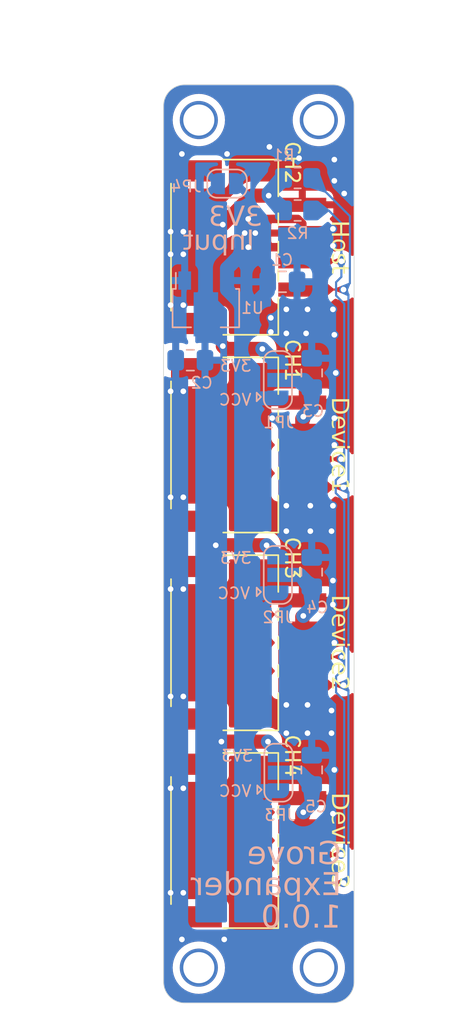
<source format=kicad_pcb>
(kicad_pcb (version 20240108) (generator "pcbnew") (generator_version "8.0")
  (title_block (title "Grove Expander") (rev "1.0.0"))
  (layers (0 "F.Cu" signal) (31 "B.Cu" signal) (34 "B.Paste" user) (35 "F.Paste" user) (36 "B.SilkS" user "B.Silkscreen") (37 "F.SilkS" user "F.Silkscreen") (38 "B.Mask" user) (39 "F.Mask" user) (44 "Edge.Cuts" user))
  (net 0 "")
  (net 1 "VCC")
  (net 2 "GND")
  (net 3 "+3V3")
  (net 4 "Net-(CH1-VCC)")
  (net 5 "Net-(CH3-VCC)")
  (net 6 "Net-(CH4-VCC)")
  (net 7 "/D2")
  (net 8 "/D1")
  (footprint "74th:Connector_HY-2.0_SMD_4Pin" (layer "F.Cu") (at 59.83 70 -90)
    (property "Reference" "CH3" (at -6 0.7 -90) (layer "F.SilkS"))
    (property "Value" "Device2" (at 0 -2.6 -90) (layer "F.SilkS") (effects (font (size 1.2 1.2))))
    (fp_line (start 4.5 9.3) (end -4.5 9.3) (stroke (width 0.12)) (layer "F.SilkS"))
    (fp_line (start -6.2 5.6) (end -6.2 1.7) (stroke (width 0.12)) (layer "F.SilkS"))
    (fp_line (start -6.2 1.7) (end -3.6 1.7) (stroke (width 0.12)) (layer "F.SilkS"))
    (fp_line (start -2.4 1.7) (end -1.6 1.7) (stroke (width 0.12)) (layer "F.SilkS"))
    (fp_line (start -0.4 1.7) (end 0.4 1.7) (stroke (width 0.12)) (layer "F.SilkS"))
    (fp_line (start 1.6 1.7) (end 2.4 1.7) (stroke (width 0.12)) (layer "F.SilkS"))
    (fp_line (start 3.6 1.7) (end 6.2 1.7) (stroke (width 0.12)) (layer "F.SilkS"))
    (fp_line (start 6.2 1.7) (end 6.2 5.6) (stroke (width 0.12)) (layer "F.SilkS"))
    (pad "" smd rect (at -5.4 7.5 90) (size 1.5 3.6) (layers "F.Cu" "F.Paste" "F.Mask"))
    (pad "" smd rect (at 5.4 7.5 90) (size 1.5 3.6) (layers "F.Cu" "F.Paste" "F.Mask"))
    (pad "1" smd rect (at 3 0 90) (size 1 3.4) (layers "F.Cu" "F.Paste" "F.Mask") (net 8 "/D1"))
    (pad "2" smd rect (at 1 0 90) (size 1 3.4) (layers "F.Cu" "F.Paste" "F.Mask") (net 7 "/D2"))
    (pad "3" smd rect (at -1 0 90) (size 1 3.4) (layers "F.Cu" "F.Paste" "F.Mask") (net 5 "Net-(CH3-VCC)"))
    (pad "4" smd rect (at -3 0 90) (size 1 3.4) (layers "F.Cu" "F.Paste" "F.Mask") (net 2 "GND"))
  )
  (footprint "$sparrow62:M2_v2" (layer "F.Cu") (at 52.5 33)
    (property "Reference" "M2" (hide yes))
    (property "Value" "M2_v2" (hide yes))
    (pad "" thru_hole circle (at 0 0) (size 2.7 2.7) (drill 2.2) (layers "*.Cu" "*.Mask"))
  )
  (footprint "$sparrow62:M2_v2" (layer "F.Cu") (at 61 33)
    (property "Reference" "M2" (hide yes))
    (property "Value" "M2_v2" (hide yes))
    (pad "" thru_hole circle (at 0 0) (size 2.7 2.7) (drill 2.2) (layers "*.Cu" "*.Mask"))
  )
  (footprint "74th:Connector_HY-2.0_SMD_4Pin" (layer "F.Cu") (at 59.83 42 -90)
    (property "Reference" "CH2" (at -6 0.7 -90) (layer "F.SilkS"))
    (property "Value" "Host" (at 0 -2.6 -90) (layer "F.SilkS") (effects (font (size 1.2 1.2))))
    (fp_line (start 4.5 9.3) (end -4.5 9.3) (stroke (width 0.12)) (layer "F.SilkS"))
    (fp_line (start -6.2 5.6) (end -6.2 1.7) (stroke (width 0.12)) (layer "F.SilkS"))
    (fp_line (start -6.2 1.7) (end -3.6 1.7) (stroke (width 0.12)) (layer "F.SilkS"))
    (fp_line (start -2.4 1.7) (end -1.6 1.7) (stroke (width 0.12)) (layer "F.SilkS"))
    (fp_line (start -0.4 1.7) (end 0.4 1.7) (stroke (width 0.12)) (layer "F.SilkS"))
    (fp_line (start 1.6 1.7) (end 2.4 1.7) (stroke (width 0.12)) (layer "F.SilkS"))
    (fp_line (start 3.6 1.7) (end 6.2 1.7) (stroke (width 0.12)) (layer "F.SilkS"))
    (fp_line (start 6.2 1.7) (end 6.2 5.6) (stroke (width 0.12)) (layer "F.SilkS"))
    (pad "" smd rect (at -5.4 7.5 90) (size 1.5 3.6) (layers "F.Cu" "F.Paste" "F.Mask"))
    (pad "" smd rect (at 5.4 7.5 90) (size 1.5 3.6) (layers "F.Cu" "F.Paste" "F.Mask"))
    (pad "1" smd rect (at 3 0 90) (size 1 3.4) (layers "F.Cu" "F.Paste" "F.Mask") (net 8 "/D1"))
    (pad "2" smd rect (at 1 0 90) (size 1 3.4) (layers "F.Cu" "F.Paste" "F.Mask") (net 7 "/D2"))
    (pad "3" smd rect (at -1 0 90) (size 1 3.4) (layers "F.Cu" "F.Paste" "F.Mask") (net 1 "VCC"))
    (pad "4" smd rect (at -3 0 90) (size 1 3.4) (layers "F.Cu" "F.Paste" "F.Mask") (net 2 "GND"))
  )
  (footprint "74th:Connector_HY-2.0_SMD_4Pin" (layer "F.Cu") (at 59.83 56 -90)
    (property "Reference" "CH1" (at -6 0.7 -90) (layer "F.SilkS"))
    (property "Value" "Device1" (at 0 -2.6 -90) (layer "F.SilkS") (effects (font (size 1.2 1.2))))
    (fp_line (start 4.5 9.3) (end -4.5 9.3) (stroke (width 0.12)) (layer "F.SilkS"))
    (fp_line (start -6.2 5.6) (end -6.2 1.7) (stroke (width 0.12)) (layer "F.SilkS"))
    (fp_line (start -6.2 1.7) (end -3.6 1.7) (stroke (width 0.12)) (layer "F.SilkS"))
    (fp_line (start -2.4 1.7) (end -1.6 1.7) (stroke (width 0.12)) (layer "F.SilkS"))
    (fp_line (start -0.4 1.7) (end 0.4 1.7) (stroke (width 0.12)) (layer "F.SilkS"))
    (fp_line (start 1.6 1.7) (end 2.4 1.7) (stroke (width 0.12)) (layer "F.SilkS"))
    (fp_line (start 3.6 1.7) (end 6.2 1.7) (stroke (width 0.12)) (layer "F.SilkS"))
    (fp_line (start 6.2 1.7) (end 6.2 5.6) (stroke (width 0.12)) (layer "F.SilkS"))
    (pad "" smd rect (at -5.4 7.5 90) (size 1.5 3.6) (layers "F.Cu" "F.Paste" "F.Mask"))
    (pad "" smd rect (at 5.4 7.5 90) (size 1.5 3.6) (layers "F.Cu" "F.Paste" "F.Mask"))
    (pad "1" smd rect (at 3 0 90) (size 1 3.4) (layers "F.Cu" "F.Paste" "F.Mask") (net 8 "/D1"))
    (pad "2" smd rect (at 1 0 90) (size 1 3.4) (layers "F.Cu" "F.Paste" "F.Mask") (net 7 "/D2"))
    (pad "3" smd rect (at -1 0 90) (size 1 3.4) (layers "F.Cu" "F.Paste" "F.Mask") (net 4 "Net-(CH1-VCC)"))
    (pad "4" smd rect (at -3 0 90) (size 1 3.4) (layers "F.Cu" "F.Paste" "F.Mask") (net 2 "GND"))
  )
  (footprint "74th:Connector_HY-2.0_SMD_4Pin" (layer "F.Cu") (at 59.83 84 -90)
    (property "Reference" "CH4" (at -6 0.7 -90) (layer "F.SilkS"))
    (property "Value" "Device3" (at 0 -2.6 -90) (layer "F.SilkS") (effects (font (size 1.2 1.2))))
    (fp_line (start 4.5 9.3) (end -4.5 9.3) (stroke (width 0.12)) (layer "F.SilkS"))
    (fp_line (start -6.2 5.6) (end -6.2 1.7) (stroke (width 0.12)) (layer "F.SilkS"))
    (fp_line (start -6.2 1.7) (end -3.6 1.7) (stroke (width 0.12)) (layer "F.SilkS"))
    (fp_line (start -2.4 1.7) (end -1.6 1.7) (stroke (width 0.12)) (layer "F.SilkS"))
    (fp_line (start -0.4 1.7) (end 0.4 1.7) (stroke (width 0.12)) (layer "F.SilkS"))
    (fp_line (start 1.6 1.7) (end 2.4 1.7) (stroke (width 0.12)) (layer "F.SilkS"))
    (fp_line (start 3.6 1.7) (end 6.2 1.7) (stroke (width 0.12)) (layer "F.SilkS"))
    (fp_line (start 6.2 1.7) (end 6.2 5.6) (stroke (width 0.12)) (layer "F.SilkS"))
    (pad "" smd rect (at -5.4 7.5 90) (size 1.5 3.6) (layers "F.Cu" "F.Paste" "F.Mask"))
    (pad "" smd rect (at 5.4 7.5 90) (size 1.5 3.6) (layers "F.Cu" "F.Paste" "F.Mask"))
    (pad "1" smd rect (at 3 0 90) (size 1 3.4) (layers "F.Cu" "F.Paste" "F.Mask") (net 8 "/D1"))
    (pad "2" smd rect (at 1 0 90) (size 1 3.4) (layers "F.Cu" "F.Paste" "F.Mask") (net 7 "/D2"))
    (pad "3" smd rect (at -1 0 90) (size 1 3.4) (layers "F.Cu" "F.Paste" "F.Mask") (net 6 "Net-(CH4-VCC)"))
    (pad "4" smd rect (at -3 0 90) (size 1 3.4) (layers "F.Cu" "F.Paste" "F.Mask") (net 2 "GND"))
  )
  (footprint "$sparrow62:M2_v2" (layer "F.Cu") (at 61 93)
    (property "Reference" "M2" (hide yes))
    (property "Value" "M2_v2" (hide yes))
    (pad "" thru_hole circle (at 0 0) (size 2.7 2.7) (drill 2.2) (layers "*.Cu" "*.Mask"))
  )
  (footprint "$sparrow62:M2_v2" (layer "F.Cu") (at 52.5 93)
    (property "Reference" "M2" (hide yes))
    (property "Value" "M2_v2" (hide yes))
    (pad "" thru_hole circle (at 0 0) (size 2.7 2.7) (drill 2.2) (layers "*.Cu" "*.Mask"))
  )
  (footprint "$74th:Register_0805_2012" (layer "B.Cu") (at 59.5 39.4)
    (property "Reference" "R2" (at 0 1.6 360) (layer "B.SilkS") (effects (font (size 0.8 0.8) (thickness 0.12)) (justify mirror)))
    (property "Value" "1k" (hide yes))
    (fp_line (start 0.227064 -0.735) (end -0.227064 -0.735) (stroke (width 0.12)) (layer "B.SilkS"))
    (fp_line (start 0.227064 0.735) (end -0.227064 0.735) (stroke (width 0.12)) (layer "B.SilkS"))
    (pad "1" smd roundrect (at -1 0) (size 1.2 1.4) (layers "B.Cu" "B.Paste" "B.Mask") (roundrect_rratio 0.208333) (net 3 "+3V3"))
    (pad "2" smd roundrect (at 1 0) (size 1.2 1.4) (layers "B.Cu" "B.Paste" "B.Mask") (roundrect_rratio 0.208333) (net 7 "/D2"))
  )
  (footprint "$74th:Capacitor_0805_2012" (layer "B.Cu") (at 51.9 50 180)
    (property "Reference" "C2" (at -0.8 -1.6 360) (layer "B.SilkS") (effects (font (size 0.8 0.8) (thickness 0.12)) (justify mirror)))
    (property "Value" "22u" (hide yes))
    (fp_line (start 0.261252 0.735) (end -0.261252 0.735) (stroke (width 0.12)) (layer "B.SilkS"))
    (fp_line (start 0.261252 -0.735) (end -0.261252 -0.735) (stroke (width 0.12)) (layer "B.SilkS"))
    (pad "1" smd roundrect (at -1.0375 0 180) (size 1.175 1.45) (layers "B.Cu" "B.Paste" "B.Mask") (roundrect_rratio 0.212766) (net 3 "+3V3"))
    (pad "2" smd roundrect (at 1.0375 0 180) (size 1.175 1.45) (layers "B.Cu" "B.Paste" "B.Mask") (roundrect_rratio 0.212766) (net 2 "GND"))
  )
  (footprint "$74th:Capacitor_0805_2012" (layer "B.Cu") (at 60.5 65 90)
    (property "Reference" "C4" (at -2.5 0.4 0) (layer "B.SilkS") (effects (font (size 0.8 0.8) (thickness 0.12)) (justify mirror)))
    (property "Value" "22u" (hide yes))
    (fp_line (start 0.261252 -0.735) (end -0.261252 -0.735) (stroke (width 0.12)) (layer "B.SilkS"))
    (fp_line (start 0.261252 0.735) (end -0.261252 0.735) (stroke (width 0.12)) (layer "B.SilkS"))
    (pad "1" smd roundrect (at -1.0375 0 90) (size 1.175 1.45) (layers "B.Cu" "B.Paste" "B.Mask") (roundrect_rratio 0.212766) (net 5 "Net-(CH3-VCC)"))
    (pad "2" smd roundrect (at 1.0375 0 90) (size 1.175 1.45) (layers "B.Cu" "B.Paste" "B.Mask") (roundrect_rratio 0.212766) (net 2 "GND"))
  )
  (footprint "$74th:Register_0805_2012" (layer "B.Cu") (at 59.5 37.1)
    (property "Reference" "R1" (at -1 -1.6 360) (layer "B.SilkS") (effects (font (size 0.8 0.8) (thickness 0.12)) (justify mirror)))
    (property "Value" "1k" (hide yes))
    (fp_line (start 0.227064 -0.735) (end -0.227064 -0.735) (stroke (width 0.12)) (layer "B.SilkS"))
    (fp_line (start 0.227064 0.735) (end -0.227064 0.735) (stroke (width 0.12)) (layer "B.SilkS"))
    (pad "1" smd roundrect (at -1 0) (size 1.2 1.4) (layers "B.Cu" "B.Paste" "B.Mask") (roundrect_rratio 0.208333) (net 3 "+3V3"))
    (pad "2" smd roundrect (at 1 0) (size 1.2 1.4) (layers "B.Cu" "B.Paste" "B.Mask") (roundrect_rratio 0.208333) (net 8 "/D1"))
  )
  (footprint "$74th:Capacitor_0805_2012" (layer "B.Cu") (at 60.5 79 90)
    (property "Reference" "C5" (at -2.6 0.3 0) (layer "B.SilkS") (effects (font (size 0.8 0.8) (thickness 0.12)) (justify mirror)))
    (property "Value" "22u" (hide yes))
    (fp_line (start 0.261252 -0.735) (end -0.261252 -0.735) (stroke (width 0.12)) (layer "B.SilkS"))
    (fp_line (start 0.261252 0.735) (end -0.261252 0.735) (stroke (width 0.12)) (layer "B.SilkS"))
    (pad "1" smd roundrect (at -1.0375 0 90) (size 1.175 1.45) (layers "B.Cu" "B.Paste" "B.Mask") (roundrect_rratio 0.212766) (net 6 "Net-(CH4-VCC)"))
    (pad "2" smd roundrect (at 1.0375 0 90) (size 1.175 1.45) (layers "B.Cu" "B.Paste" "B.Mask") (roundrect_rratio 0.212766) (net 2 "GND"))
  )
  (footprint "74th:SolderJumper-3" (layer "B.Cu") (at 58.1425 79.2 90)
    (property "Reference" "JP3" (at -3 0.1 0) (layer "B.SilkS") (effects (font (size 0.8 0.8) (thickness 0.12)) (justify mirror)))
    (property "Value" "Jumper_3_Open")
    (fp_line (start -0.9 -1.5) (end -1.5 -1.5) (stroke (width 0.12)) (layer "B.SilkS"))
    (fp_line (start -0.9 -1.5) (end -1.2 -1.2) (stroke (width 0.12)) (layer "B.SilkS"))
    (fp_line (start -1.5 -1.5) (end -1.2 -1.2) (stroke (width 0.12)) (layer "B.SilkS"))
    (fp_line (start -1.4 -1) (end 1.4 -1) (stroke (width 0.12)) (layer "B.SilkS"))
    (fp_line (start 2.05 -0.3) (end 2.05 0.3) (stroke (width 0.12)) (layer "B.SilkS"))
    (fp_line (start -2.05 0.3) (end -2.05 -0.3) (stroke (width 0.12)) (layer "B.SilkS"))
    (fp_line (start 1.4 1) (end -1.4 1) (stroke (width 0.12)) (layer "B.SilkS"))
    (fp_arc (start 1.35 -1) (mid 1.844975 -0.794975) (end 2.05 -0.3) (stroke (width 0.12)) (layer "B.SilkS"))
    (fp_arc (start -2.05 -0.3) (mid -1.844975 -0.794975) (end -1.35 -1) (stroke (width 0.12)) (layer "B.SilkS"))
    (fp_arc (start 2.05 0.3) (mid 1.844975 0.794975) (end 1.35 1) (stroke (width 0.12)) (layer "B.SilkS"))
    (fp_arc (start -1.35 1) (mid -1.844975 0.794975) (end -2.05 0.3) (stroke (width 0.12)) (layer "B.SilkS"))
    (pad "1" smd custom (at -1.3 0 90) (size 1 0.5) (layers "B.Cu" "B.Mask") (net 1 "VCC") (options (clearance outline) (anchor rect)) (primitives (gr_circle (center 0 -0.25) (end 0.5 -0.25) (width 0) (fill yes)) (gr_circle (center 0 0.25) (end 0.5 0.25) (width 0) (fill yes)) (gr_poly (pts (xy 0.55 -0.75) (xy 0 -0.75) (xy 0 0.75) (xy 0.55 0.75)) (width 0) (fill yes))))
    (pad "2" smd rect (at 0 0 90) (size 1 1.5) (layers "B.Cu" "B.Mask") (net 6 "Net-(CH4-VCC)"))
    (pad "3" smd custom (at 1.3 0 90) (size 1 0.5) (layers "B.Cu" "B.Mask") (net 3 "+3V3") (options (clearance outline) (anchor rect)) (primitives (gr_circle (center 0 -0.25) (end 0.5 -0.25) (width 0) (fill yes)) (gr_circle (center 0 0.25) (end 0.5 0.25) (width 0) (fill yes)) (gr_poly (pts (xy 0 -0.75) (xy -0.55 -0.75) (xy -0.55 0.75) (xy 0 0.75)) (width 0) (fill yes))))
  )
  (footprint "$74th:Capacitor_0805_2012" (layer "B.Cu") (at 58.42 44.45)
    (property "Reference" "C1" (at -0.02 -1.55 360) (layer "B.SilkS") (effects (font (size 0.8 0.8) (thickness 0.12)) (justify mirror)))
    (property "Value" "22u" (hide yes))
    (fp_line (start 0.261252 -0.735) (end -0.261252 -0.735) (stroke (width 0.12)) (layer "B.SilkS"))
    (fp_line (start 0.261252 0.735) (end -0.261252 0.735) (stroke (width 0.12)) (layer "B.SilkS"))
    (pad "1" smd roundrect (at -1.0375 0) (size 1.175 1.45) (layers "B.Cu" "B.Paste" "B.Mask") (roundrect_rratio 0.212766) (net 1 "VCC"))
    (pad "2" smd roundrect (at 1.0375 0) (size 1.175 1.45) (layers "B.Cu" "B.Paste" "B.Mask") (roundrect_rratio 0.212766) (net 2 "GND"))
  )
  (footprint "$74th:Capacitor_0805_2012" (layer "B.Cu") (at 60.5 50.9 90)
    (property "Reference" "C3" (at -2.7 0.1 0) (layer "B.SilkS") (effects (font (size 0.8 0.8) (thickness 0.12)) (justify mirror)))
    (property "Value" "22u" (hide yes))
    (fp_line (start 0.261252 -0.735) (end -0.261252 -0.735) (stroke (width 0.12)) (layer "B.SilkS"))
    (fp_line (start 0.261252 0.735) (end -0.261252 0.735) (stroke (width 0.12)) (layer "B.SilkS"))
    (pad "1" smd roundrect (at -1.0375 0 90) (size 1.175 1.45) (layers "B.Cu" "B.Paste" "B.Mask") (roundrect_rratio 0.212766) (net 4 "Net-(CH1-VCC)"))
    (pad "2" smd roundrect (at 1.0375 0 90) (size 1.175 1.45) (layers "B.Cu" "B.Paste" "B.Mask") (roundrect_rratio 0.212766) (net 2 "GND"))
  )
  (footprint "74th:SolderJumper-3" (layer "B.Cu") (at 58.1 65.2 90)
    (property "Reference" "JP2" (at -3 0 0) (layer "B.SilkS") (effects (font (size 0.8 0.8) (thickness 0.12)) (justify mirror)))
    (property "Value" "Jumper_3_Open")
    (fp_line (start -0.9 -1.5) (end -1.5 -1.5) (stroke (width 0.12)) (layer "B.SilkS"))
    (fp_line (start -0.9 -1.5) (end -1.2 -1.2) (stroke (width 0.12)) (layer "B.SilkS"))
    (fp_line (start -1.5 -1.5) (end -1.2 -1.2) (stroke (width 0.12)) (layer "B.SilkS"))
    (fp_line (start -1.4 -1) (end 1.4 -1) (stroke (width 0.12)) (layer "B.SilkS"))
    (fp_line (start 2.05 -0.3) (end 2.05 0.3) (stroke (width 0.12)) (layer "B.SilkS"))
    (fp_line (start -2.05 0.3) (end -2.05 -0.3) (stroke (width 0.12)) (layer "B.SilkS"))
    (fp_line (start 1.4 1) (end -1.4 1) (stroke (width 0.12)) (layer "B.SilkS"))
    (fp_arc (start 1.35 -1) (mid 1.844975 -0.794975) (end 2.05 -0.3) (stroke (width 0.12)) (layer "B.SilkS"))
    (fp_arc (start -2.05 -0.3) (mid -1.844975 -0.794975) (end -1.35 -1) (stroke (width 0.12)) (layer "B.SilkS"))
    (fp_arc (start 2.05 0.3) (mid 1.844975 0.794975) (end 1.35 1) (stroke (width 0.12)) (layer "B.SilkS"))
    (fp_arc (start -1.35 1) (mid -1.844975 0.794975) (end -2.05 0.3) (stroke (width 0.12)) (layer "B.SilkS"))
    (pad "1" smd custom (at -1.3 0 90) (size 1 0.5) (layers "B.Cu" "B.Mask") (net 1 "VCC") (options (clearance outline) (anchor rect)) (primitives (gr_circle (center 0 -0.25) (end 0.5 -0.25) (width 0) (fill yes)) (gr_circle (center 0 0.25) (end 0.5 0.25) (width 0) (fill yes)) (gr_poly (pts (xy 0.55 -0.75) (xy 0 -0.75) (xy 0 0.75) (xy 0.55 0.75)) (width 0) (fill yes))))
    (pad "2" smd rect (at 0 0 90) (size 1 1.5) (layers "B.Cu" "B.Mask") (net 5 "Net-(CH3-VCC)"))
    (pad "3" smd custom (at 1.3 0 90) (size 1 0.5) (layers "B.Cu" "B.Mask") (net 3 "+3V3") (options (clearance outline) (anchor rect)) (primitives (gr_circle (center 0 -0.25) (end 0.5 -0.25) (width 0) (fill yes)) (gr_circle (center 0 0.25) (end 0.5 0.25) (width 0) (fill yes)) (gr_poly (pts (xy 0 -0.75) (xy -0.55 -0.75) (xy -0.55 0.75) (xy 0 0.75)) (width 0) (fill yes))))
  )
  (footprint "74th:SolderJumper-2" (layer "B.Cu") (at 54.5 37.5)
    (property "Reference" "JP4" (at -2.9 0.2 0) (layer "B.SilkS") (effects (font (size 0.8 0.8) (thickness 0.12)) (justify mirror)))
    (property "Value" "Jumper_2_Open")
    (fp_line (start -1.4 0.3) (end -1.4 -0.3) (stroke (width 0.12)) (layer "B.SilkS"))
    (fp_line (start -0.7 -1) (end 0.7 -1) (stroke (width 0.12)) (layer "B.SilkS"))
    (fp_line (start 0.7 1) (end -0.7 1) (stroke (width 0.12)) (layer "B.SilkS"))
    (fp_line (start 1.4 -0.3) (end 1.4 0.3) (stroke (width 0.12)) (layer "B.SilkS"))
    (fp_arc (start -1.4 -0.3) (mid -1.194975 -0.794975) (end -0.7 -1) (stroke (width 0.12)) (layer "B.SilkS"))
    (fp_arc (start -0.7 1) (mid -1.194975 0.794975) (end -1.4 0.3) (stroke (width 0.12)) (layer "B.SilkS"))
    (fp_arc (start 0.7 -1) (mid 1.194975 -0.794975) (end 1.4 -0.3) (stroke (width 0.12)) (layer "B.SilkS"))
    (fp_arc (start 1.4 0.3) (mid 1.194975 0.794975) (end 0.7 1) (stroke (width 0.12)) (layer "B.SilkS"))
    (pad "1" smd custom (at -0.65 0) (size 1 0.5) (layers "B.Cu" "B.Mask") (net 3 "+3V3") (options (clearance outline) (anchor rect)) (primitives (gr_circle (center 0 -0.25) (end 0.5 -0.25) (width 0) (fill yes)) (gr_circle (center 0 0.25) (end 0.5 0.25) (width 0) (fill yes)) (gr_poly (pts (xy 0.5 -0.75) (xy 0 -0.75) (xy 0 0.75) (xy 0.5 0.75)) (width 0) (fill yes))))
    (pad "2" smd custom (at 0.65 0) (size 1 0.5) (layers "B.Cu" "B.Mask") (net 1 "VCC") (options (clearance outline) (anchor rect)) (primitives (gr_circle (center 0 -0.25) (end 0.5 -0.25) (width 0) (fill yes)) (gr_circle (center 0 0.25) (end 0.5 0.25) (width 0) (fill yes)) (gr_poly (pts (xy 0 -0.75) (xy -0.5 -0.75) (xy -0.5 0.75) (xy 0 0.75)) (width 0) (fill yes))))
  )
  (footprint "74th:Package_SOT-89-3" (layer "B.Cu") (at 53 46.3125 -90)
    (property "Reference" "U1" (at -0.0125 -3.3 0) (layer "B.SilkS") (effects (font (size 0.8 0.8) (thickness 0.12)) (justify mirror)))
    (property "Value" "AMS1117")
    (fp_line (start 1.36 2.36) (end -1.36 2.36) (stroke (width 0.12)) (layer "B.SilkS"))
    (fp_line (start -1.36 2.13) (end -1.36 2.36) (stroke (width 0.12)) (layer "B.SilkS"))
    (fp_line (start -1.36 2.13) (end -2.5 2.13) (stroke (width 0.12)) (layer "B.SilkS"))
    (fp_line (start 1.36 1.05) (end 1.36 2.36) (stroke (width 0.12)) (layer "B.SilkS"))
    (fp_line (start -1.36 -2.13) (end -1.36 -2.36) (stroke (width 0.12)) (layer "B.SilkS"))
    (fp_line (start -1.36 -2.36) (end 1.36 -2.36) (stroke (width 0.12)) (layer "B.SilkS"))
    (fp_line (start 1.36 -2.36) (end 1.36 -1.05) (stroke (width 0.12)) (layer "B.SilkS"))
    (pad "1" smd rect (at -1.95 1.5 270) (size 1.3 0.9) (layers "B.Cu" "B.Paste" "B.Mask") (net 2 "GND"))
    (pad "2" smd custom (at -1.8625 0 270) (size 1.475 0.9) (layers "B.Cu" "B.Paste" "B.Mask") (net 3 "+3V3") (options (clearance outline) (anchor rect)) (primitives (gr_poly (pts (xy 3.8625 -0.8665) (xy 0.7375 -0.8665) (xy 0.7375 0.8665) (xy 3.8625 0.8665)) (width 0) (fill yes))))
    (pad "3" smd rect (at -1.95 -1.5 270) (size 1.3 0.9) (layers "B.Cu" "B.Paste" "B.Mask") (net 1 "VCC"))
  )
  (footprint "74th:SolderJumper-3" (layer "B.Cu") (at 58.1 51.4 90)
    (property "Reference" "JP1" (at -3 0.0575 0) (layer "B.SilkS") (effects (font (size 0.8 0.8) (thickness 0.12)) (justify mirror)))
    (property "Value" "Jumper_3_Open")
    (fp_line (start -0.9 -1.5) (end -1.5 -1.5) (stroke (width 0.12)) (layer "B.SilkS"))
    (fp_line (start -0.9 -1.5) (end -1.2 -1.2) (stroke (width 0.12)) (layer "B.SilkS"))
    (fp_line (start -1.5 -1.5) (end -1.2 -1.2) (stroke (width 0.12)) (layer "B.SilkS"))
    (fp_line (start -1.4 -1) (end 1.4 -1) (stroke (width 0.12)) (layer "B.SilkS"))
    (fp_line (start 2.05 -0.3) (end 2.05 0.3) (stroke (width 0.12)) (layer "B.SilkS"))
    (fp_line (start -2.05 0.3) (end -2.05 -0.3) (stroke (width 0.12)) (layer "B.SilkS"))
    (fp_line (start 1.4 1) (end -1.4 1) (stroke (width 0.12)) (layer "B.SilkS"))
    (fp_arc (start 1.35 -1) (mid 1.844975 -0.794975) (end 2.05 -0.3) (stroke (width 0.12)) (layer "B.SilkS"))
    (fp_arc (start -2.05 -0.3) (mid -1.844975 -0.794975) (end -1.35 -1) (stroke (width 0.12)) (layer "B.SilkS"))
    (fp_arc (start 2.05 0.3) (mid 1.844975 0.794975) (end 1.35 1) (stroke (width 0.12)) (layer "B.SilkS"))
    (fp_arc (start -1.35 1) (mid -1.844975 0.794975) (end -2.05 0.3) (stroke (width 0.12)) (layer "B.SilkS"))
    (pad "1" smd custom (at -1.3 0 90) (size 1 0.5) (layers "B.Cu" "B.Mask") (net 1 "VCC") (options (clearance outline) (anchor rect)) (primitives (gr_circle (center 0 -0.25) (end 0.5 -0.25) (width 0) (fill yes)) (gr_circle (center 0 0.25) (end 0.5 0.25) (width 0) (fill yes)) (gr_poly (pts (xy 0.55 -0.75) (xy 0 -0.75) (xy 0 0.75) (xy 0.55 0.75)) (width 0) (fill yes))))
    (pad "2" smd rect (at 0 0 90) (size 1 1.5) (layers "B.Cu" "B.Mask") (net 4 "Net-(CH1-VCC)"))
    (pad "3" smd custom (at 1.3 0 90) (size 1 0.5) (layers "B.Cu" "B.Mask") (net 3 "+3V3") (options (clearance outline) (anchor rect)) (primitives (gr_circle (center 0 -0.25) (end 0.5 -0.25) (width 0) (fill yes)) (gr_circle (center 0 0.25) (end 0.5 0.25) (width 0) (fill yes)) (gr_poly (pts (xy 0 -0.75) (xy -0.55 -0.75) (xy -0.55 0.75) (xy 0 0.75)) (width 0) (fill yes))))
  )
  (gr_arc (start 63.5 94) (mid 63.06066 95.06066) (end 62 95.5) (stroke (width 0.05)) (layer "Edge.Cuts"))
  (gr_arc (start 51.5 95.5) (mid 50.43934 95.06066) (end 50 94) (stroke (width 0.05)) (layer "Edge.Cuts"))
  (gr_line (start 63.5 94) (end 63.5 32) (stroke (width 0.05)) (layer "Edge.Cuts"))
  (gr_line (start 62 30.5) (end 51.5 30.5) (stroke (width 0.05)) (layer "Edge.Cuts"))
  (gr_line (start 50 32) (end 50 94) (stroke (width 0.05)) (layer "Edge.Cuts"))
  (gr_arc (start 50 32) (mid 50.43934 30.93934) (end 51.5 30.5) (stroke (width 0.05)) (layer "Edge.Cuts"))
  (gr_arc (start 62 30.5) (mid 63.06066 30.93934) (end 63.5 32) (stroke (width 0.05)) (layer "Edge.Cuts"))
  (gr_line (start 51.5 95.5) (end 62 95.5) (stroke (width 0.05)) (layer "Edge.Cuts"))
  (gr_text "VCC" (at 56.2 66.5 0) (layer "B.SilkS") (effects (font (size 0.8 0.8) (thickness 0.12)) (justify left mirror)))
  (gr_text "VCC" (at 56.3 80.5 0) (layer "B.SilkS") (effects (font (size 0.8 0.8) (thickness 0.12)) (justify left mirror)))
  (gr_text "3V3" (at 56.3 64 0) (layer "B.SilkS") (effects (font (size 0.8 0.8) (thickness 0.12)) (justify left mirror)))
  (gr_text "VCC" (at 56.3 52.8 0) (layer "B.SilkS") (effects (font (size 0.8 0.8) (thickness 0.12)) (justify left mirror)))
  (gr_text "3V3" (at 56.3 50.4 0) (layer "B.SilkS") (effects (font (size 0.8 0.8) (thickness 0.12)) (justify left mirror)))
  (gr_text "${REVISION}" (at 62.6 89.5 0) (layer "B.SilkS") (effects (font (size 1.6 1.6) (thickness 0.12)) (justify left mirror)))
  (gr_text "Input" (at 53.9 41.6 0) (layer "B.SilkS") (effects (font (size 1.4 1.4) (thickness 0.12)) (justify mirror)))
  (gr_text "3V3" (at 55.1 39.9 0) (layer "B.SilkS") (effects (font (size 1.4 1.4) (thickness 0.12)) (justify mirror)))
  (gr_text "Grove" (at 62.6 85 0) (layer "B.SilkS") (effects (font (size 1.6 1.6) (thickness 0.12)) (justify left mirror)))
  (gr_text "Expander" (at 62.6 87.2 0) (layer "B.SilkS") (effects (font (size 1.6 1.6) (thickness 0.12)) (justify left mirror)))
  (gr_text "3V3" (at 56.4 78 0) (layer "B.SilkS") (effects (font (size 0.8 0.8) (thickness 0.12)) (justify left mirror)))
  (segment (start 59.83 41) (end 59.83 40.33) (width 0.6) (layer "F.Cu") (net 1))
  (segment (start 59.83 40.33) (end 59.5 40) (width 0.6) (layer "F.Cu") (net 1))
  (segment (start 59.5 42) (end 56 42) (width 0.6) (layer "F.Cu") (net 1))
  (segment (start 59.5 40) (end 56 40) (width 0.6) (layer "F.Cu") (net 1))
  (segment (start 59.83 41.67) (end 59.5 42) (width 0.6) (layer "F.Cu") (net 1))
  (segment (start 59.83 41) (end 59.83 41.67) (width 0.6) (layer "F.Cu") (net 1))
  (via (at 56.5 41) (size 0.6) (drill 0.4) (layers "F.Cu" "B.Cu") (net 1))
  (via (at 56 40) (size 0.6) (drill 0.4) (layers "F.Cu" "B.Cu") (net 1))
  (via (at 55.75 41) (size 0.6) (drill 0.4) (layers "F.Cu" "B.Cu") (net 1))
  (via (at 56 42) (size 0.6) (drill 0.4) (layers "F.Cu" "B.Cu") (net 1))
  (segment (start 54.5 43.5) (end 56 42) (width 1) (layer "B.Cu") (net 1))
  (segment (start 57.3825 44.45) (end 57.3825 45.1175) (width 1) (layer "B.Cu") (net 1))
  (segment (start 58.1425 80.5) (end 56.6 80.5) (width 1) (layer "B.Cu") (net 1))
  (segment (start 56.1 42) (end 56 42) (width 0.6) (layer "B.Cu") (net 1))
  (segment (start 57.3825 45.1175) (end 56.5 46) (width 1) (layer "B.Cu") (net 1))
  (segment (start 58.1 52.7) (end 56.5 52.7) (width 1) (layer "B.Cu") (net 1))
  (segment (start 58.1 66.5) (end 56 66.5) (width 1) (layer "B.Cu") (net 1))
  (segment (start 57.3825 43.2825) (end 56.1 42) (width 1) (layer "B.Cu") (net 1))
  (segment (start 57.3825 44.45) (end 57.3825 43.2825) (width 1) (layer "B.Cu") (net 1))
  (segment (start 54.5 44.3625) (end 54.5 43.5) (width 1) (layer "B.Cu") (net 1))
  (segment (start 54.5 44.3625) (end 54.5 45) (width 1) (layer "B.Cu") (net 1))
  (segment (start 54.5 45) (end 55.5 46) (width 1) (layer "B.Cu") (net 1))
  (via (at 51.4 40.9) (size 0.6) (drill 0.4) (layers "F.Cu" "B.Cu") (net 2))
  (via (at 61.9 62.1) (size 0.6) (drill 0.4) (layers "F.Cu" "B.Cu") (net 2))
  (via (at 60.2 74.4) (size 0.6) (drill 0.4) (layers "F.Cu" "B.Cu") (net 2))
  (via (at 50.5 52.2) (size 0.6) (drill 0.4) (layers "F.Cu" "B.Cu") (net 2))
  (via (at 60.1 48.1) (size 0.6) (drill 0.4) (layers "F.Cu" "B.Cu") (net 2))
  (via (at 51.4 52.2) (size 0.6) (drill 0.4) (layers "F.Cu" "B.Cu") (net 2))
  (via (at 61.9 76.4) (size 0.6) (drill 0.4) (layers "F.Cu" "B.Cu") (net 2))
  (via (at 57.6 47) (size 0.6) (drill 0.4) (layers "F.Cu" "B.Cu") (net 2))
  (via (at 61.9 74.8) (size 0.6) (drill 0.4) (layers "F.Cu" "B.Cu") (net 2))
  (via (at 62.1 48.2) (size 0.6) (drill 0.4) (layers "F.Cu" "B.Cu") (net 2))
  (via (at 57.6 48) (size 0.6) (drill 0.4) (layers "F.Cu" "B.Cu") (net 2))
  (via (at 51.4 87.7) (size 0.6) (drill 0.4) (layers "F.Cu" "B.Cu") (net 2))
  (via (at 59.6 35.7) (size 0.6) (drill 0.4) (layers "F.Cu" "B.Cu") (net 2))
  (via (at 62.1 70) (size 0.6) (drill 0.4) (layers "F.Cu" "B.Cu") (net 2))
  (via (at 50.5 87.7) (size 0.6) (drill 0.4) (layers "F.Cu" "B.Cu") (net 2))
  (via (at 50.5 40.9) (size 0.6) (drill 0.4) (layers "F.Cu" "B.Cu") (net 2))
  (via (at 51.4 46.1) (size 0.6) (drill 0.4) (layers "F.Cu" "B.Cu") (net 2))
  (via (at 50.5 42.5) (size 0.6) (drill 0.4) (layers "F.Cu" "B.Cu") (net 2))
  (via (at 54.3 91) (size 0.6) (drill 0.4) (layers "F.Cu" "B.Cu") (net 2))
  (via (at 51.4 73.8) (size 0.6) (drill 0.4) (layers "F.Cu" "B.Cu") (net 2))
  (via (at 58.7 48.1) (size 0.6) (drill 0.4) (layers "F.Cu" "B.Cu") (net 2))
  (via (at 51.3 35.4) (size 0.6) (drill 0.4) (layers "F.Cu" "B.Cu") (net 2))
  (via (at 62 65.6) (size 0.6) (drill 0.4) (layers "F.Cu" "B.Cu") (net 2))
  (via (at 50.5 66.2) (size 0.6) (drill 0.4) (layers "F.Cu" "B.Cu") (net 2))
  (via (at 51.4 59.7) (size 0.6) (drill 0.4) (layers "F.Cu" "B.Cu") (net 2))
  (via (at 51.4 80.3) (size 0.6) (drill 0.4) (layers "F.Cu" "B.Cu") (net 2))
  (via (at 58.7 60.3) (size 0.6) (drill 0.4) (layers "F.Cu" "B.Cu") (net 2))
  (via (at 51.3 91) (size 0.6) (drill 0.4) (layers "F.Cu" "B.Cu") (net 2))
  (via (at 58.7 74.4) (size 0.6) (drill 0.4) (layers "F.Cu" "B.Cu") (net 2))
  (via (at 58.7 62.1) (size 0.6) (drill 0.4) (layers "F.Cu" "B.Cu") (net 2))
  (via (at 57.5 34.9) (size 0.6) (drill 0.4) (layers "F.Cu" "B.Cu") (net 2))
  (via (at 62.1 54.1) (size 0.6) (drill 0.4) (layers "F.Cu" "B.Cu") (net 2))
  (via (at 50.5 73.8) (size 0.6) (drill 0.4) (layers "F.Cu" "B.Cu") (net 2))
  (via (at 62 41.9) (size 0.6) (drill 0.4) (layers "F.Cu" "B.Cu") (net 2))
  (via (at 60.4 60.3) (size 0.6) (drill 0.4) (layers "F.Cu" "B.Cu") (net 2))
  (via (at 60.4 62.1) (size 0.6) (drill 0.4) (layers "F.Cu" "B.Cu") (net 2))
  (via (at 60.2 76.4) (size 0.6) (drill 0.4) (layers "F.Cu" "B.Cu") (net 2))
  (via (at 62.8 38.2) (size 0.6) (drill 0.4) (layers "F.Cu" "B.Cu") (net 2))
  (via (at 51.4 42.5) (size 0.6) (drill 0.4) (layers "F.Cu" "B.Cu") (net 2))
  (via (at 62 40.7) (size 0.6) (drill 0.4) (layers "F.Cu" "B.Cu") (net 2))
  (via (at 58.7 76.4) (size 0.6) (drill 0.4) (layers "F.Cu" "B.Cu") (net 2))
  (via (at 62.1 37.3) (size 0.6) (drill 0.4) (layers "F.Cu" "B.Cu") (net 2))
  (via (at 62 82.1) (size 0.6) (drill 0.4) (layers "F.Cu" "B.Cu") (net 2))
  (via (at 51.4 66.2) (size 0.6) (drill 0.4) (layers "F.Cu" "B.Cu") (net 2))
  (via (at 62.1 56) (size 0.6) (drill 0.4) (layers "F.Cu" "B.Cu") (net 2))
  (via (at 62 46.4) (size 0.6) (drill 0.4) (layers "F.Cu" "B.Cu") (net 2))
  (via (at 62 67.3) (size 0.6) (drill 0.4) (layers "F.Cu" "B.Cu") (net 2))
  (via (at 62.1 35.8) (size 0.6) (drill 0.4) (layers "F.Cu" "B.Cu") (net 2))
  (via (at 62 60.3) (size 0.6) (drill 0.4) (layers "F.Cu" "B.Cu") (net 2))
  (via (at 62.1 79) (size 0.6) (drill 0.4) (layers "F.Cu" "B.Cu") (net 2))
  (via (at 50.5 59.7) (size 0.6) (drill 0.4) (layers "F.Cu" "B.Cu") (net 2))
  (via (at 62.2 50.9) (size 0.6) (drill 0.4) (layers "F.Cu" "B.Cu") (net 2))
  (via (at 58.7 46.4) (size 0.6) (drill 0.4) (layers "F.Cu" "B.Cu") (net 2))
  (via (at 54.5 35.4) (size 0.6) (drill 0.4) (layers "F.Cu" "B.Cu") (net 2))
  (via (at 60.2 46.4) (size 0.6) (drill 0.4) (layers "F.Cu" "B.Cu") (net 2))
  (via (at 50.5 46.1) (size 0.6) (drill 0.4) (layers "F.Cu" "B.Cu") (net 2))
  (via (at 50.5 80.3) (size 0.6) (drill 0.4) (layers "F.Cu" "B.Cu") (net 2))
  (via (at 57.7 54.1) (size 0.6) (drill 0.4) (layers "F.Cu" "B.Cu") (net 2))
  (segment (start 54.4 49.2) (end 54.2 49) (width 1) (layer "F.Cu") (net 3))
  (segment (start 56.25 38.35) (end 54.2 40.4) (width 1) (layer "F.Cu") (net 3))
  (segment (start 57.3 63.1) (end 53.7 63.1) (width 1) (layer "F.Cu") (net 3))
  (segment (start 57.45 38.35) (end 56.25 38.35) (width 1) (layer "F.Cu") (net 3))
  (segment (start 57 49.2) (end 54.4 49.2) (width 1) (layer "F.Cu") (net 3))
  (segment (start 57.4 77) (end 54.1 77) (width 1) (layer "F.Cu") (net 3))
  (via (at 53.7 63.1) (size 0.6) (drill 0.4) (layers "F.Cu" "B.Cu") (net 3))
  (via (at 57 49.2) (size 0.6) (drill 0.4) (layers "F.Cu" "B.Cu") (net 3))
  (via (at 54.2 49) (size 0.6) (drill 0.4) (layers "F.Cu" "B.Cu") (net 3))
  (via (at 57.3 63.1) (size 0.6) (drill 0.4) (layers "F.Cu" "B.Cu") (net 3))
  (via (at 54.1 77) (size 0.6) (drill 0.4) (layers "F.Cu" "B.Cu") (net 3))
  (via (at 57.45 38.35) (size 0.6) (drill 0.4) (layers "F.Cu" "B.Cu") (net 3))
  (via (at 54.2 40.4) (size 0.6) (drill 0.4) (layers "F.Cu" "B.Cu") (net 3))
  (via (at 57.4 77) (size 0.6) (drill 0.4) (layers "F.Cu" "B.Cu") (net 3))
  (segment (start 58.5 37.1) (end 58.4 37.1) (width 0.6) (layer "B.Cu") (net 3))
  (segment (start 58.1 50.1) (end 57.9 50.1) (width 1) (layer "B.Cu") (net 3))
  (segment (start 58.1425 77.9) (end 58.1425 77.7425) (width 1) (layer "B.Cu") (net 3))
  (segment (start 57.45 38.35) (end 58.5 39.4) (width 1) (layer "B.Cu") (net 3))
  (segment (start 57.45 38.15) (end 58.5 37.1) (width 1) (layer "B.Cu") (net 3))
  (segment (start 58.1425 77.7425) (end 57.4 77) (width 1) (layer "B.Cu") (net 3))
  (segment (start 57.9 50.1) (end 57 49.2) (width 1) (layer "B.Cu") (net 3))
  (segment (start 58.1 63.9) (end 57.3 63.1) (width 1) (layer "B.Cu") (net 3))
  (segment (start 58.1425 50.2) (end 58 50.2) (width 0.6) (layer "B.Cu") (net 3))
  (segment (start 59.83 54.15) (end 59.9 54.15) (width 1) (layer "F.Cu") (net 4))
  (segment (start 59.83 55) (end 59.83 54.15) (width 1) (layer "F.Cu") (net 4))
  (via (at 59.9 54) (size 0.6) (drill 0.4) (layers "F.Cu" "B.Cu") (net 4))
  (segment (start 60.5 53.4) (end 59.9 54) (width 1) (layer "B.Cu") (net 4))
  (segment (start 59.9625 51.4) (end 60.5 51.9375) (width 1) (layer "B.Cu") (net 4))
  (segment (start 58.2075 51.435) (end 58.1425 51.5) (width 0.6) (layer "B.Cu") (net 4))
  (segment (start 58.1 51.4) (end 59.9625 51.4) (width 1) (layer "B.Cu") (net 4))
  (segment (start 60.5 51.9375) (end 60.5 53.4) (width 1) (layer "B.Cu") (net 4))
  (segment (start 59.83 68.17) (end 59.9 68.1) (width 0.6) (layer "F.Cu") (net 5))
  (segment (start 59.83 69) (end 59.83 68.17) (width 1) (layer "F.Cu") (net 5))
  (segment (start 59.83 68.17) (end 59.85 68.15) (width 1) (layer "F.Cu") (net 5))
  (segment (start 59.85 68.15) (end 59.9 68.15) (width 1) (layer "F.Cu") (net 5))
  (via (at 59.9 68.1) (size 0.6) (drill 0.4) (layers "F.Cu" "B.Cu") (net 5))
  (segment (start 60.5 66.0375) (end 60.5 67.5) (width 1) (layer "B.Cu") (net 5))
  (segment (start 59.6625 65.2) (end 60.5 66.0375) (width 1) (layer "B.Cu") (net 5))
  (segment (start 58.1 65.2) (end 59.6625 65.2) (width 1) (layer "B.Cu") (net 5))
  (segment (start 60.5 67.5) (end 59.9 68.1) (width 1) (layer "B.Cu") (net 5))
  (segment (start 59.83 82.15) (end 59.9 82.15) (width 1) (layer "F.Cu") (net 6))
  (segment (start 59.83 83) (end 59.83 82.15) (width 1) (layer "F.Cu") (net 6))
  (via (at 59.9 82) (size 0.6) (drill 0.4) (layers "F.Cu" "B.Cu") (net 6))
  (segment (start 60.5 80.9) (end 60.5 81.4) (width 1) (layer "B.Cu") (net 6))
  (segment (start 60.5 81.4) (end 59.9 82) (width 1) (layer "B.Cu") (net 6))
  (segment (start 60.5 80.9) (end 60.5 81.350002) (width 1) (layer "B.Cu") (net 6))
  (segment (start 60.5 80.0375) (end 60.5 80.9) (width 1) (layer "B.Cu") (net 6))
  (segment (start 58.1425 79.2) (end 59.6625 79.2) (width 1) (layer "B.Cu") (net 6))
  (segment (start 59.6625 79.2) (end 60.5 80.0375) (width 1) (layer "B.Cu") (net 6))
  (segment (start 62.575 85) (end 59.83 85) (width 0.15) (layer "F.Cu") (net 7))
  (segment (start 59.83 43) (end 62.6 43) (width 0.15) (layer "F.Cu") (net 7))
  (segment (start 59.83 71) (end 62.6 71) (width 0.15) (layer "F.Cu") (net 7))
  (segment (start 62.575 57) (end 59.83 57) (width 0.15) (layer "F.Cu") (net 7))
  (via (at 62.575 57) (size 0.6) (drill 0.4) (layers "F.Cu" "B.Cu") (net 7))
  (via (at 62.6 71) (size 0.5) (drill 0.3) (layers "F.Cu" "B.Cu") (net 7))
  (via (at 62.6 43) (size 0.6) (drill 0.4) (layers "F.Cu" "B.Cu") (net 7))
  (via (at 62.575 85) (size 0.6) (drill 0.4) (layers "F.Cu" "B.Cu") (net 7))
  (segment (start 62.6 40.3) (end 61.7 39.4) (width 0.15) (layer "B.Cu") (net 7))
  (segment (start 62.225 72.375) (end 62.225 73.521231) (width 0.15) (layer "B.Cu") (net 7))
  (segment (start 62.8 57.225) (end 62.575 57) (width 0.15) (layer "B.Cu") (net 7))
  (segment (start 62.8 70.8) (end 62.8 60) (width 0.15) (layer "B.Cu") (net 7))
  (segment (start 62.225 45.425) (end 62.225 44.475) (width 0.15) (layer "B.Cu") (net 7))
  (segment (start 62.8 71.8) (end 62.225 72.375) (width 0.15) (layer "B.Cu") (net 7))
  (segment (start 62.8 74.096231) (end 62.8 84.775) (width 0.15) (layer "B.Cu") (net 7))
  (segment (start 62.6 44.1) (end 62.6 43) (width 0.15) (layer "B.Cu") (net 7))
  (segment (start 62.6 71) (end 62.8 70.8) (width 0.15) (layer "B.Cu") (net 7))
  (segment (start 62.8 56.775) (end 62.8 46) (width 0.15) (layer "B.Cu") (net 7))
  (segment (start 62.8 46) (end 62.225 45.425) (width 0.15) (layer "B.Cu") (net 7))
  (segment (start 62.8 84.775) (end 62.575 85) (width 0.15) (layer "B.Cu") (net 7))
  (segment (start 62.6 43) (end 62.6 40.3) (width 0.15) (layer "B.Cu") (net 7))
  (segment (start 62.8 57.9) (end 62.8 57.225) (width 0.15) (layer "B.Cu") (net 7))
  (segment (start 62.225 44.475) (end 62.6 44.1) (width 0.15) (layer "B.Cu") (net 7))
  (segment (start 62.575 57) (end 62.8 56.775) (width 0.15) (layer "B.Cu") (net 7))
  (segment (start 62.2 59.4) (end 62.2 58.5) (width 0.15) (layer "B.Cu") (net 7))
  (segment (start 62.8 60) (end 62.2 59.4) (width 0.15) (layer "B.Cu") (net 7))
  (segment (start 62.2 58.5) (end 62.8 57.9) (width 0.15) (layer "B.Cu") (net 7))
  (segment (start 62.8 71.2) (end 62.8 71.8) (width 0.15) (layer "B.Cu") (net 7))
  (segment (start 62.225 73.521231) (end 62.8 74.096231) (width 0.15) (layer "B.Cu") (net 7))
  (segment (start 62.6 71) (end 62.8 71.2) (width 0.15) (layer "B.Cu") (net 7))
  (segment (start 61.7 39.4) (end 60.5 39.4) (width 0.15) (layer "B.Cu") (net 7))
  (segment (start 59.83 87) (end 62.75 87) (width 0.15) (layer "F.Cu") (net 8))
  (segment (start 62.75 59) (end 59.83 59) (width 0.15) (layer "F.Cu") (net 8))
  (segment (start 62.75 45) (end 59.83 45) (width 0.15) (layer "F.Cu") (net 8))
  (segment (start 62.75 73) (end 59.83 73) (width 0.15) (layer "F.Cu") (net 8))
  (via (at 62.75 45) (size 0.6) (drill 0.4) (layers "F.Cu" "B.Cu") (net 8))
  (via (at 62.75 59) (size 0.6) (drill 0.4) (layers "F.Cu" "B.Cu") (net 8))
  (via (at 62.75 87) (size 0.6) (drill 0.4) (layers "F.Cu" "B.Cu") (net 8))
  (via (at 62.75 73) (size 0.6) (drill 0.4) (layers "F.Cu" "B.Cu") (net 8))
  (segment (start 62.75 73) (end 63.1 72.65) (width 0.15) (layer "B.Cu") (net 8))
  (segment (start 62.75 87) (end 63.1 86.65) (width 0.15) (layer "B.Cu") (net 8))
  (segment (start 63.1 86.65) (end 63.1 73.35) (width 0.15) (layer "B.Cu") (net 8))
  (segment (start 63.1 72.65) (end 63.1 59.35) (width 0.15) (layer "B.Cu") (net 8))
  (segment (start 63.1 45.35) (end 62.75 45) (width 0.15) (layer "B.Cu") (net 8))
  (segment (start 62.75 59) (end 63.1 58.65) (width 0.15) (layer "B.Cu") (net 8))
  (segment (start 63.1 73.35) (end 62.75 73) (width 0.15) (layer "B.Cu") (net 8))
  (segment (start 63.2 44.55) (end 62.75 45) (width 0.15) (layer "B.Cu") (net 8))
  (segment (start 63.2 39.8) (end 63.2 44.55) (width 0.15) (layer "B.Cu") (net 8))
  (segment (start 63.1 58.65) (end 63.1 45.35) (width 0.15) (layer "B.Cu") (net 8))
  (segment (start 60.5 37.1) (end 63.2 39.8) (width 0.15) (layer "B.Cu") (net 8))
  (segment (start 63.1 59.35) (end 62.75 59) (width 0.15) (layer "B.Cu") (net 8))
  (zone (net 1) (net_name "VCC") (layer "F.Cu") (priority 2) (connect_pads (clearance 0.3)) (min_thickness 0.25) (fill yes (thermal_gap 0.5) (thermal_bridge_width 0.5))
    (polygon (pts (xy 61.75 42.25) (xy 55.5 42.25) (xy 55.5 39.75) (xy 61.75 39.6)))
  )
  (zone (net 2) (net_name "GND") (layers "F&B.Cu") (connect_pads (clearance 0.5)) (min_thickness 0.25) (fill yes (thermal_gap 0.5) (thermal_bridge_width 0.5))
    (polygon (pts (xy 45 30) (xy 72 30) (xy 72 97) (xy 45 97)))
  )
  (zone (net 3) (net_name "+3V3") (layer "B.Cu") (priority 2) (connect_pads (clearance 0.5)) (min_thickness 0.25) (fill yes (thermal_gap 0.5) (thermal_bridge_width 0.5))
    (polygon (pts (xy 52.25 36) (xy 54.5 36) (xy 54.5 89.8) (xy 52.25 89.8)))
  )
  (zone (net 1) (net_name "VCC") (layer "B.Cu") (priority 1) (connect_pads (clearance 0.5)) (min_thickness 0.25) (fill yes (thermal_gap 0.5) (thermal_bridge_width 0.5))
    (polygon (pts (xy 54.75 89.8) (xy 54.75 36) (xy 57.6 36) (xy 57.7 89.8)))
  )
)
</source>
